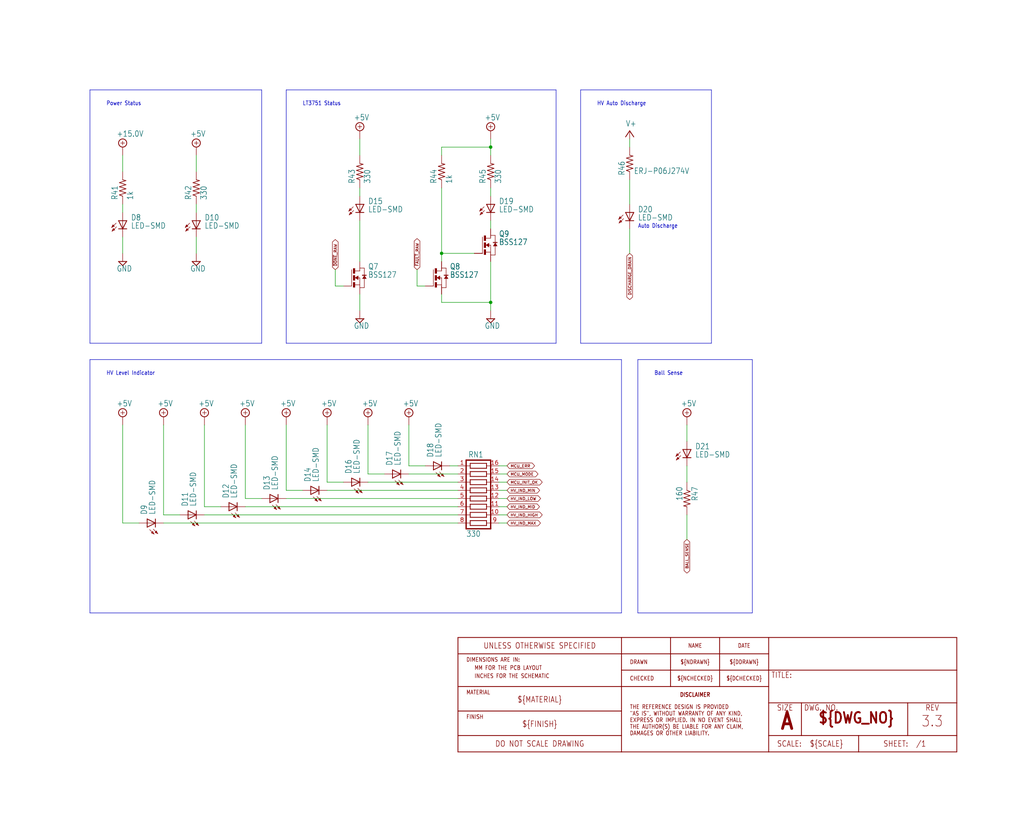
<source format=kicad_sch>
(kicad_sch (version 20230121) (generator eeschema)
  (paper "User" 318.084 254.203)
  (lib_symbols
    (symbol "kicker-eagle-import:+15.0V" (power)
      (property "Value" "+15.0V" (at -1.905 3.175 0))
      (symbol "+15.0V_1_0"
        (polyline (pts (xy -0.635 1.27) (xy 0.635 1.27)) (stroke (width 0.1524)))
        (polyline (pts (xy 0 0.635) (xy 0 1.905)) (stroke (width 0.1524)))
        (circle (center 0 1.27) (radius 1.27) (stroke (width 0.254)))
        (pin power_in line (at 0 -2.54 90) (length 2.54) (name "+15.0V") (number "1"))
      )
    )
    (symbol "kicker-eagle-import:BSS127"
      (property "Reference" "Q" (at 2.54 2.54 0))
      (symbol "BSS127_1_0"
        (rectangle (start -2.032 -2.921) (end -1.524 -1.397) (fill (type outline)))
        (rectangle (start -2.032 -0.762) (end -1.524 0.762) (fill (type outline)))
        (rectangle (start -2.032 1.397) (end -1.524 2.921) (fill (type outline)))
        (polyline (pts (xy -2.54 -2.54) (xy -2.54 2.54)) (stroke (width 0.1524)))
        (polyline (pts (xy -1.524 -2.159) (xy 0 -2.159)) (stroke (width 0.1524)))
        (polyline (pts (xy -1.524 2.159) (xy 0 2.159)) (stroke (width 0.1524)))
        (polyline (pts (xy -0.508 0) (xy 0 0)) (stroke (width 0.1524)))
        (polyline (pts (xy 0 -2.159) (xy 0 -2.54)) (stroke (width 0.1524)))
        (polyline (pts (xy 0 0) (xy 0 -2.159)) (stroke (width 0.1524)))
        (polyline (pts (xy 0 2.159) (xy 0 2.54)) (stroke (width 0.1524)))
        (polyline (pts (xy 0 3.048) (xy 1.397 3.048)) (stroke (width 0.1524)))
        (polyline (pts (xy 1.397 -3.048) (xy 0 -3.048)) (stroke (width 0.1524)))
        (polyline (pts (xy 1.397 -0.254) (xy 1.397 -3.048)) (stroke (width 0.1524)))
        (polyline (pts (xy 1.397 3.048) (xy 1.397 0.762)) (stroke (width 0.1524)))
        (polyline (pts (xy -1.524 0) (xy -0.508 0.635) (xy -0.508 -0.635)) (stroke (width 0.1016)) (fill (type outline)))
        (polyline (pts (xy 1.397 0.762) (xy 2.032 -0.254) (xy 0.762 -0.254)) (stroke (width 0.1016)) (fill (type outline)))
        (rectangle (start 0.762 0.762) (end 2.032 0.889) (fill (type outline)))
        (pin passive line (at -5.08 -2.54 0) (length 2.54) (name "G") (number "1"))
        (pin passive line (at 0 -5.08 90) (length 2.54) (name "S") (number "2"))
        (pin passive line (at 0 5.08 270) (length 2.54) (name "D") (number "3"))
      )
    )
    (symbol "kicker-eagle-import:GND" (power)
      (property "Value" "GND" (at -1.905 -3.175 0))
      (symbol "GND_1_0"
        (polyline (pts (xy -1.27 0) (xy 1.27 0)) (stroke (width 0.254)))
        (polyline (pts (xy 0 -1.27) (xy -1.27 0)) (stroke (width 0.254)))
        (polyline (pts (xy 1.27 0) (xy 0 -1.27)) (stroke (width 0.254)))
        (pin power_in line (at 0 2.54 270) (length 2.54) (name "GND") (number "1"))
      )
    )
    (symbol "kicker-eagle-import:LED-SMD"
      (property "Reference" "D" (at 2.54 2.54 0))
      (symbol "LED-SMD_1_0"
        (polyline (pts (xy -2.032 1.778) (xy -3.429 0.381)) (stroke (width 0.1524)))
        (polyline (pts (xy -1.905 0.635) (xy -3.302 -0.762)) (stroke (width 0.1524)))
        (polyline (pts (xy 0 0) (xy -1.27 0)) (stroke (width 0.254)))
        (polyline (pts (xy 0 0) (xy -1.27 2.54)) (stroke (width 0.254)))
        (polyline (pts (xy 0 2.54) (xy -1.27 2.54)) (stroke (width 0.254)))
        (polyline (pts (xy 0 2.54) (xy 0 0)) (stroke (width 0.1524)))
        (polyline (pts (xy 1.27 0) (xy 0 0)) (stroke (width 0.254)))
        (polyline (pts (xy 1.27 2.54) (xy 0 0)) (stroke (width 0.254)))
        (polyline (pts (xy 1.27 2.54) (xy 0 2.54)) (stroke (width 0.254)))
        (polyline (pts (xy -3.429 0.381) (xy -3.048 1.27) (xy -2.54 0.762)) (stroke (width 0.1524)) (fill (type outline)))
        (polyline (pts (xy -3.302 -0.762) (xy -2.921 0.127) (xy -2.413 -0.381)) (stroke (width 0.1524)) (fill (type outline)))
        (pin passive line (at 0 5.08 270) (length 2.54) (name "A") (number "A"))
        (pin passive line (at 0 -2.54 90) (length 2.54) (name "K") (number "C"))
      )
    )
    (symbol "kicker-eagle-import:RA-8"
      (property "Reference" "RN" (at -4.445 10.16 0))
      (symbol "RA-8_1_0"
        (polyline (pts (xy -5.08 -10.16) (xy -3.81 -10.16)) (stroke (width 0.1524)))
        (polyline (pts (xy -5.08 -7.62) (xy -3.81 -7.62)) (stroke (width 0.1524)))
        (polyline (pts (xy -5.08 -5.08) (xy -3.81 -5.08)) (stroke (width 0.1524)))
        (polyline (pts (xy -5.08 -2.54) (xy -3.81 -2.54)) (stroke (width 0.1524)))
        (polyline (pts (xy -5.08 0) (xy -3.81 0)) (stroke (width 0.1524)))
        (polyline (pts (xy -5.08 2.54) (xy -3.81 2.54)) (stroke (width 0.1524)))
        (polyline (pts (xy -5.08 5.08) (xy -3.81 5.08)) (stroke (width 0.1524)))
        (polyline (pts (xy -5.08 9.398) (xy -5.08 -11.938)) (stroke (width 0.4064)))
        (polyline (pts (xy -3.81 -10.922) (xy 1.27 -10.922)) (stroke (width 0.254)))
        (polyline (pts (xy -3.81 -10.16) (xy -3.81 -10.922)) (stroke (width 0.254)))
        (polyline (pts (xy -3.81 -9.398) (xy -3.81 -10.16)) (stroke (width 0.254)))
        (polyline (pts (xy -3.81 -8.382) (xy 1.27 -8.382)) (stroke (width 0.254)))
        (polyline (pts (xy -3.81 -7.62) (xy -3.81 -8.382)) (stroke (width 0.254)))
        (polyline (pts (xy -3.81 -6.858) (xy -3.81 -7.62)) (stroke (width 0.254)))
        (polyline (pts (xy -3.81 -5.842) (xy 1.27 -5.842)) (stroke (width 0.254)))
        (polyline (pts (xy -3.81 -5.08) (xy -3.81 -5.842)) (stroke (width 0.254)))
        (polyline (pts (xy -3.81 -4.318) (xy -3.81 -5.08)) (stroke (width 0.254)))
        (polyline (pts (xy -3.81 -3.302) (xy 1.27 -3.302)) (stroke (width 0.254)))
        (polyline (pts (xy -3.81 -2.54) (xy -3.81 -3.302)) (stroke (width 0.254)))
        (polyline (pts (xy -3.81 -1.778) (xy -3.81 -2.54)) (stroke (width 0.254)))
        (polyline (pts (xy -3.81 -0.762) (xy 1.27 -0.762)) (stroke (width 0.254)))
        (polyline (pts (xy -3.81 0) (xy -3.81 -0.762)) (stroke (width 0.254)))
        (polyline (pts (xy -3.81 0.762) (xy -3.81 0)) (stroke (width 0.254)))
        (polyline (pts (xy -3.81 1.778) (xy 1.27 1.778)) (stroke (width 0.254)))
        (polyline (pts (xy -3.81 2.54) (xy -3.81 1.778)) (stroke (width 0.254)))
        (polyline (pts (xy -3.81 3.302) (xy -3.81 2.54)) (stroke (width 0.254)))
        (polyline (pts (xy -3.81 4.318) (xy 1.27 4.318)) (stroke (width 0.254)))
        (polyline (pts (xy -3.81 5.08) (xy -3.81 4.318)) (stroke (width 0.254)))
        (polyline (pts (xy -3.81 5.842) (xy -3.81 5.08)) (stroke (width 0.254)))
        (polyline (pts (xy -3.81 6.858) (xy 1.27 6.858)) (stroke (width 0.254)))
        (polyline (pts (xy -3.81 7.62) (xy -5.08 7.62)) (stroke (width 0.1524)))
        (polyline (pts (xy -3.81 7.62) (xy -3.81 6.858)) (stroke (width 0.254)))
        (polyline (pts (xy -3.81 8.382) (xy -3.81 7.62)) (stroke (width 0.254)))
        (polyline (pts (xy 1.27 -10.922) (xy 1.27 -10.16)) (stroke (width 0.254)))
        (polyline (pts (xy 1.27 -10.16) (xy 1.27 -9.398)) (stroke (width 0.254)))
        (polyline (pts (xy 1.27 -9.398) (xy -3.81 -9.398)) (stroke (width 0.254)))
        (polyline (pts (xy 1.27 -8.382) (xy 1.27 -7.62)) (stroke (width 0.254)))
        (polyline (pts (xy 1.27 -7.62) (xy 1.27 -6.858)) (stroke (width 0.254)))
        (polyline (pts (xy 1.27 -6.858) (xy -3.81 -6.858)) (stroke (width 0.254)))
        (polyline (pts (xy 1.27 -5.842) (xy 1.27 -5.08)) (stroke (width 0.254)))
        (polyline (pts (xy 1.27 -5.08) (xy 1.27 -4.318)) (stroke (width 0.254)))
        (polyline (pts (xy 1.27 -4.318) (xy -3.81 -4.318)) (stroke (width 0.254)))
        (polyline (pts (xy 1.27 -3.302) (xy 1.27 -2.54)) (stroke (width 0.254)))
        (polyline (pts (xy 1.27 -2.54) (xy 1.27 -1.778)) (stroke (width 0.254)))
        (polyline (pts (xy 1.27 -1.778) (xy -3.81 -1.778)) (stroke (width 0.254)))
        (polyline (pts (xy 1.27 -0.762) (xy 1.27 0)) (stroke (width 0.254)))
        (polyline (pts (xy 1.27 0) (xy 1.27 0.762)) (stroke (width 0.254)))
        (polyline (pts (xy 1.27 0.762) (xy -3.81 0.762)) (stroke (width 0.254)))
        (polyline (pts (xy 1.27 1.778) (xy 1.27 2.54)) (stroke (width 0.254)))
        (polyline (pts (xy 1.27 2.54) (xy 1.27 3.302)) (stroke (width 0.254)))
        (polyline (pts (xy 1.27 3.302) (xy -3.81 3.302)) (stroke (width 0.254)))
        (polyline (pts (xy 1.27 4.318) (xy 1.27 5.08)) (stroke (width 0.254)))
        (polyline (pts (xy 1.27 5.08) (xy 1.27 5.842)) (stroke (width 0.254)))
        (polyline (pts (xy 1.27 5.842) (xy -3.81 5.842)) (stroke (width 0.254)))
        (polyline (pts (xy 1.27 6.858) (xy 1.27 7.62)) (stroke (width 0.254)))
        (polyline (pts (xy 1.27 7.62) (xy 1.27 8.382)) (stroke (width 0.254)))
        (polyline (pts (xy 1.27 7.62) (xy 2.54 7.62)) (stroke (width 0.1524)))
        (polyline (pts (xy 1.27 8.382) (xy -3.81 8.382)) (stroke (width 0.254)))
        (polyline (pts (xy 2.54 -11.938) (xy -5.08 -11.938)) (stroke (width 0.4064)))
        (polyline (pts (xy 2.54 -10.16) (xy 1.27 -10.16)) (stroke (width 0.1524)))
        (polyline (pts (xy 2.54 -7.62) (xy 1.27 -7.62)) (stroke (width 0.1524)))
        (polyline (pts (xy 2.54 -5.08) (xy 1.27 -5.08)) (stroke (width 0.1524)))
        (polyline (pts (xy 2.54 -2.54) (xy 1.27 -2.54)) (stroke (width 0.1524)))
        (polyline (pts (xy 2.54 0) (xy 1.27 0)) (stroke (width 0.1524)))
        (polyline (pts (xy 2.54 2.54) (xy 1.27 2.54)) (stroke (width 0.1524)))
        (polyline (pts (xy 2.54 5.08) (xy 1.27 5.08)) (stroke (width 0.1524)))
        (polyline (pts (xy 2.54 9.398) (xy -5.08 9.398)) (stroke (width 0.4064)))
        (polyline (pts (xy 2.54 9.398) (xy 2.54 -11.938)) (stroke (width 0.4064)))
        (pin passive line (at -7.62 7.62 0) (length 2.54) (name "1") (number "1"))
        (pin passive line (at 5.08 -7.62 180) (length 2.54) (name "10") (number "10"))
        (pin passive line (at 5.08 -5.08 180) (length 2.54) (name "11") (number "11"))
        (pin passive line (at 5.08 -2.54 180) (length 2.54) (name "12") (number "12"))
        (pin passive line (at 5.08 0 180) (length 2.54) (name "13") (number "13"))
        (pin passive line (at 5.08 2.54 180) (length 2.54) (name "14") (number "14"))
        (pin passive line (at 5.08 5.08 180) (length 2.54) (name "15") (number "15"))
        (pin passive line (at 5.08 7.62 180) (length 2.54) (name "16") (number "16"))
        (pin passive line (at -7.62 5.08 0) (length 2.54) (name "2") (number "2"))
        (pin passive line (at -7.62 2.54 0) (length 2.54) (name "3") (number "3"))
        (pin passive line (at -7.62 0 0) (length 2.54) (name "4") (number "4"))
        (pin passive line (at -7.62 -2.54 0) (length 2.54) (name "5") (number "5"))
        (pin passive line (at -7.62 -5.08 0) (length 2.54) (name "6") (number "6"))
        (pin passive line (at -7.62 -7.62 0) (length 2.54) (name "7") (number "7"))
        (pin passive line (at -7.62 -10.16 0) (length 2.54) (name "8") (number "8"))
        (pin passive line (at 5.08 -10.16 180) (length 2.54) (name "9") (number "9"))
      )
    )
    (symbol "kicker-eagle-import:RO_FRAME_A_L_20161226"
      (symbol "RO_FRAME_A_L_20161226_1_0"
        (polyline (pts (xy 0 43.18) (xy 3.81 43.18)))
        (polyline (pts (xy 0 86.36) (xy 3.81 86.36)))
        (polyline (pts (xy 0 129.54) (xy 3.81 129.54)))
        (polyline (pts (xy 0 172.72) (xy 3.81 172.72)))
        (polyline (pts (xy 3.81 3.81) (xy 3.81 212.09)))
        (polyline (pts (xy 46.5667 0) (xy 46.5667 3.81)))
        (polyline (pts (xy 93.1333 0) (xy 93.1333 3.81)))
        (polyline (pts (xy 139.7 0) (xy 139.7 3.81)))
        (polyline (pts (xy 186.2667 0) (xy 186.2667 3.81)))
        (polyline (pts (xy 232.8333 0) (xy 232.8333 3.81)))
        (polyline (pts (xy 275.59 212.09) (xy 3.81 212.09)))
        (polyline (pts (xy 0 0) (xy 279.4 0) (xy 279.4 215.9) (xy 0 215.9) (xy 0 0)))
        (text "1" (at 23.2833 213.995 0) (effects (font (size 2.54 2.286))))
        (text "2" (at 69.85 213.995 0) (effects (font (size 2.54 2.286))))
        (text "3" (at 116.4167 213.995 0) (effects (font (size 2.54 2.286))))
        (text "4" (at 162.9833 213.995 0) (effects (font (size 2.54 2.286))))
        (text "5" (at 209.55 213.995 0) (effects (font (size 2.54 2.286))))
        (text "6" (at 256.1167 213.995 0) (effects (font (size 2.54 2.286))))
        (text "A" (at 1.905 194.31 0) (effects (font (size 2.54 2.286))))
        (text "B" (at 1.905 151.13 0) (effects (font (size 2.54 2.286))))
        (text "C" (at 1.905 107.95 0) (effects (font (size 2.54 2.286))))
        (text "D" (at 1.905 64.77 0) (effects (font (size 2.54 2.286))))
        (text "E" (at 1.905 21.59 0) (effects (font (size 2.54 2.286))))
      )
      (symbol "RO_FRAME_A_L_20161226_2_0"
        (polyline (pts (xy 0 0) (xy 0 5.08)) (stroke (width 0.254)))
        (polyline (pts (xy 0 5.08) (xy 0 12.7)) (stroke (width 0.254)))
        (polyline (pts (xy 0 12.7) (xy 0 20.32)) (stroke (width 0.254)))
        (polyline (pts (xy 0 12.7) (xy 50.8 12.7)) (stroke (width 0.254)))
        (polyline (pts (xy 0 20.32) (xy 0 30.48)) (stroke (width 0.254)))
        (polyline (pts (xy 0 30.48) (xy 0 35.56)) (stroke (width 0.254)))
        (polyline (pts (xy 0 30.48) (xy 50.8 30.48)) (stroke (width 0.254)))
        (polyline (pts (xy 0 35.56) (xy 50.8 35.56)) (stroke (width 0.254)))
        (polyline (pts (xy 50.8 0) (xy 0 0)) (stroke (width 0.254)))
        (polyline (pts (xy 50.8 5.08) (xy 0 5.08)) (stroke (width 0.254)))
        (polyline (pts (xy 50.8 5.08) (xy 50.8 0)) (stroke (width 0.254)))
        (polyline (pts (xy 50.8 12.7) (xy 50.8 5.08)) (stroke (width 0.254)))
        (polyline (pts (xy 50.8 20.32) (xy 0 20.32)) (stroke (width 0.254)))
        (polyline (pts (xy 50.8 20.32) (xy 50.8 12.7)) (stroke (width 0.254)))
        (polyline (pts (xy 50.8 20.32) (xy 50.8 25.4)) (stroke (width 0.254)))
        (polyline (pts (xy 50.8 25.4) (xy 50.8 30.48)) (stroke (width 0.254)))
        (polyline (pts (xy 50.8 25.4) (xy 96.52 25.4)) (stroke (width 0.254)))
        (polyline (pts (xy 50.8 30.48) (xy 96.52 30.48)) (stroke (width 0.254)))
        (polyline (pts (xy 50.8 35.56) (xy 50.8 30.48)) (stroke (width 0.254)))
        (polyline (pts (xy 50.8 35.56) (xy 66.04 35.56)) (stroke (width 0.254)))
        (polyline (pts (xy 66.04 20.32) (xy 50.8 20.32)) (stroke (width 0.254)))
        (polyline (pts (xy 66.04 35.56) (xy 66.04 20.32)) (stroke (width 0.254)))
        (polyline (pts (xy 66.04 35.56) (xy 81.28 35.56)) (stroke (width 0.254)))
        (polyline (pts (xy 81.28 20.32) (xy 66.04 20.32)) (stroke (width 0.254)))
        (polyline (pts (xy 81.28 35.56) (xy 81.28 20.32)) (stroke (width 0.254)))
        (polyline (pts (xy 81.28 35.56) (xy 96.52 35.56)) (stroke (width 0.254)))
        (polyline (pts (xy 96.52 0) (xy 50.8 0)) (stroke (width 0.254)))
        (polyline (pts (xy 96.52 0) (xy 96.52 5.08)) (stroke (width 0.254)))
        (polyline (pts (xy 96.52 5.08) (xy 96.52 15.24)) (stroke (width 0.254)))
        (polyline (pts (xy 96.52 5.08) (xy 106.68 5.08)) (stroke (width 0.254)))
        (polyline (pts (xy 96.52 15.24) (xy 96.52 20.32)) (stroke (width 0.254)))
        (polyline (pts (xy 96.52 15.24) (xy 106.68 15.24)) (stroke (width 0.254)))
        (polyline (pts (xy 96.52 20.32) (xy 81.28 20.32)) (stroke (width 0.254)))
        (polyline (pts (xy 96.52 20.32) (xy 96.52 25.4)) (stroke (width 0.254)))
        (polyline (pts (xy 96.52 25.4) (xy 96.52 30.48)) (stroke (width 0.254)))
        (polyline (pts (xy 96.52 25.4) (xy 154.94 25.4)) (stroke (width 0.254)))
        (polyline (pts (xy 96.52 30.48) (xy 96.52 35.56)) (stroke (width 0.254)))
        (polyline (pts (xy 96.52 35.56) (xy 154.94 35.56)) (stroke (width 0.254)))
        (polyline (pts (xy 106.68 5.08) (xy 124.46 5.08)) (stroke (width 0.254)))
        (polyline (pts (xy 106.68 15.24) (xy 106.68 5.08)) (stroke (width 0.254)))
        (polyline (pts (xy 106.68 15.24) (xy 139.7 15.24)) (stroke (width 0.254)))
        (polyline (pts (xy 124.46 0) (xy 96.52 0)) (stroke (width 0.254)))
        (polyline (pts (xy 124.46 5.08) (xy 124.46 0)) (stroke (width 0.254)))
        (polyline (pts (xy 124.46 5.08) (xy 139.7 5.08)) (stroke (width 0.254)))
        (polyline (pts (xy 139.7 5.08) (xy 154.94 5.08)) (stroke (width 0.254)))
        (polyline (pts (xy 139.7 15.24) (xy 139.7 5.08)) (stroke (width 0.254)))
        (polyline (pts (xy 139.7 15.24) (xy 154.94 15.24)) (stroke (width 0.254)))
        (polyline (pts (xy 154.94 0) (xy 124.46 0)) (stroke (width 0.254)))
        (polyline (pts (xy 154.94 5.08) (xy 154.94 0)) (stroke (width 0.254)))
        (polyline (pts (xy 154.94 15.24) (xy 154.94 5.08)) (stroke (width 0.254)))
        (polyline (pts (xy 154.94 25.4) (xy 154.94 15.24)) (stroke (width 0.254)))
        (polyline (pts (xy 154.94 35.56) (xy 154.94 25.4)) (stroke (width 0.254)))
        (text "${#}/${##}" (at 142.24 2.54 0) (effects (font (size 1.778 1.5113)) (justify left)))
        (text "${DCHECKED}" (at 88.9 22.86 0) (effects (font (size 1.27 1.0795))))
        (text "${DDRAWN}" (at 88.9 27.94 0) (effects (font (size 1.27 1.0795))))
        (text "${DWG_NO}" (at 111.76 8.636 0) (effects (font (size 3.302 2.8067) (thickness 0.5613) bold) (justify left bottom)))
        (text "${FINISH}" (at 25.4 7.62 0) (effects (font (size 1.778 1.5113)) (justify bottom)))
        (text "${MATERIAL}" (at 25.4 15.24 0) (effects (font (size 1.778 1.5113)) (justify bottom)))
        (text "${NCHECKED}" (at 73.66 22.86 0) (effects (font (size 1.27 1.0795))))
        (text "${NDRAWN}" (at 73.66 27.94 0) (effects (font (size 1.27 1.0795))))
        (text "${REV}" (at 147.32 7.62 0) (effects (font (size 3.302 2.8067)) (justify bottom)))
        (text "${SCALE}" (at 109.22 2.54 0) (effects (font (size 1.778 1.5113)) (justify left)))
        (text "${TITLE}" (at 104.14 20.32 0) (effects (font (size 3.302 2.8067)) (justify left)))
        (text "A" (at 99.822 6.604 0) (effects (font (size 5.08 4.318) (thickness 0.8636) bold) (justify left bottom)))
        (text "CHECKED" (at 53.34 22.86 0) (effects (font (size 1.27 1.0795)) (justify left)))
        (text "DATE" (at 88.9 33.02 0) (effects (font (size 1.27 1.0795))))
        (text "DIMENSIONS ARE IN:" (at 2.54 27.94 0) (effects (font (size 1.27 1.0795)) (justify left bottom)))
        (text "DISCLAIMER" (at 73.66 17.78 0) (effects (font (size 1.27 1.0795) (thickness 0.2159) bold)))
        (text "DO NOT SCALE DRAWING" (at 25.4 2.54 0) (effects (font (size 1.778 1.5113))))
        (text "DRAWN" (at 53.34 27.94 0) (effects (font (size 1.27 1.0795)) (justify left)))
        (text "DWG. NO." (at 107.442 12.7 0) (effects (font (size 1.778 1.5113)) (justify left bottom)))
        (text "FINISH" (at 2.54 10.16 0) (effects (font (size 1.27 1.0795)) (justify left bottom)))
        (text "INCHES FOR THE SCHEMATIC" (at 5.08 22.86 0) (effects (font (size 1.27 1.0795)) (justify left bottom)))
        (text "MATERIAL" (at 2.54 17.78 0) (effects (font (size 1.27 1.0795)) (justify left bottom)))
        (text "MM FOR THE PCB LAYOUT" (at 5.08 25.4 0) (effects (font (size 1.27 1.0795)) (justify left bottom)))
        (text "NAME" (at 73.66 33.02 0) (effects (font (size 1.27 1.0795))))
        (text "REV" (at 147.32 12.7 0) (effects (font (size 1.778 1.5113)) (justify bottom)))
        (text "SCALE:" (at 99.06 2.54 0) (effects (font (size 1.778 1.5113)) (justify left)))
        (text "SHEET:" (at 132.08 2.54 0) (effects (font (size 1.778 1.5113)) (justify left)))
        (text "SIZE" (at 101.6 12.7 0) (effects (font (size 1.778 1.5113)) (justify bottom)))
        (text "THE REFERENCE DESIGN IS PROVIDED\n\"AS IS\", WITHOUT WARRANTY OF ANY KIND,\nEXPRESS OR IMPLIED. IN NO EVENT SHALL\nTHE AUTHOR(S) BE LIABLE FOR ANY CLAIM,\nDAMAGES OR OTHER LIABILITY." (at 53.34 5.08 0) (effects (font (size 1.27 1.0795)) (justify left bottom)))
        (text "TITLE:" (at 97.282 22.86 0) (effects (font (size 1.778 1.5113)) (justify left bottom)))
        (text "UNLESS OTHERWISE SPECIFIED" (at 25.4 33.02 0) (effects (font (size 1.778 1.5113))))
      )
    )
    (symbol "kicker-eagle-import:V+" (power)
      (property "Value" "V+" (at -1.27 1.27 0))
      (symbol "V+_1_0"
        (polyline (pts (xy 0 0) (xy -1.27 -1.905)) (stroke (width 0.254)))
        (polyline (pts (xy 1.27 -1.905) (xy 0 0)) (stroke (width 0.254)))
        (pin power_in line (at 0 -2.54 90) (length 2.54) (name "V+") (number "1"))
      )
    )
    (symbol "kicker-eagle-import:rcl_R-US_R0603"
      (property "Reference" "R" (at -3.81 1.4986 0))
      (symbol "rcl_R-US_R0603_1_0"
        (polyline (pts (xy -2.54 0) (xy -2.159 1.016)) (stroke (width 0.2032)))
        (polyline (pts (xy -2.159 1.016) (xy -1.524 -1.016)) (stroke (width 0.2032)))
        (polyline (pts (xy -1.524 -1.016) (xy -0.889 1.016)) (stroke (width 0.2032)))
        (polyline (pts (xy -0.889 1.016) (xy -0.254 -1.016)) (stroke (width 0.2032)))
        (polyline (pts (xy -0.254 -1.016) (xy 0.381 1.016)) (stroke (width 0.2032)))
        (polyline (pts (xy 0.381 1.016) (xy 1.016 -1.016)) (stroke (width 0.2032)))
        (polyline (pts (xy 1.016 -1.016) (xy 1.651 1.016)) (stroke (width 0.2032)))
        (polyline (pts (xy 1.651 1.016) (xy 2.286 -1.016)) (stroke (width 0.2032)))
        (polyline (pts (xy 2.286 -1.016) (xy 2.54 0)) (stroke (width 0.2032)))
        (pin passive line (at -5.08 0 0) (length 2.54) (name "1") (number "1"))
        (pin passive line (at 5.08 0 180) (length 2.54) (name "2") (number "2"))
      )
    )
    (symbol "kicker-eagle-import:rcl_R-US_R0805"
      (property "Reference" "R" (at -3.81 1.4986 0))
      (symbol "rcl_R-US_R0805_1_0"
        (polyline (pts (xy -2.54 0) (xy -2.159 1.016)) (stroke (width 0.2032)))
        (polyline (pts (xy -2.159 1.016) (xy -1.524 -1.016)) (stroke (width 0.2032)))
        (polyline (pts (xy -1.524 -1.016) (xy -0.889 1.016)) (stroke (width 0.2032)))
        (polyline (pts (xy -0.889 1.016) (xy -0.254 -1.016)) (stroke (width 0.2032)))
        (polyline (pts (xy -0.254 -1.016) (xy 0.381 1.016)) (stroke (width 0.2032)))
        (polyline (pts (xy 0.381 1.016) (xy 1.016 -1.016)) (stroke (width 0.2032)))
        (polyline (pts (xy 1.016 -1.016) (xy 1.651 1.016)) (stroke (width 0.2032)))
        (polyline (pts (xy 1.651 1.016) (xy 2.286 -1.016)) (stroke (width 0.2032)))
        (polyline (pts (xy 2.286 -1.016) (xy 2.54 0)) (stroke (width 0.2032)))
        (pin passive line (at -5.08 0 0) (length 2.54) (name "1") (number "1"))
        (pin passive line (at 5.08 0 180) (length 2.54) (name "2") (number "2"))
      )
    )
    (symbol "kicker-eagle-import:supply2_+5V" (power)
      (property "Value" "supply2_+5V" (at -1.905 3.175 0))
      (symbol "supply2_+5V_1_0"
        (polyline (pts (xy -0.635 1.27) (xy 0.635 1.27)) (stroke (width 0.1524)))
        (polyline (pts (xy 0 0.635) (xy 0 1.905)) (stroke (width 0.1524)))
        (circle (center 0 1.27) (radius 1.27) (stroke (width 0.254)))
        (pin power_in line (at 0 -2.54 90) (length 2.54) (name "+5V") (number "1"))
      )
    )
  )
  (junction (at 152.4 93.98))
  (junction (at 152.4 45.72))
  (junction (at 137.16 78.74))
  (wire (pts (xy 195.58 43.18) (xy 195.58 45.72)) (stroke (width 0.1524)))
  (wire (pts (xy 195.58 71.12) (xy 195.58 78.74)) (stroke (width 0.1524)))
  (wire (pts (xy 137.16 93.98) (xy 152.4 93.98)) (stroke (width 0.1524)))
  (wire (pts (xy 147.32 78.74) (xy 137.16 78.74)) (stroke (width 0.1524)))
  (wire (pts (xy 111.76 81.28) (xy 111.76 68.58)) (stroke (width 0.1524)))
  (polyline (pts (xy 27.94 111.76) (xy 27.94 190.5)) (stroke (width 0.1524) (type solid)))
  (wire (pts (xy 38.1 78.74) (xy 38.1 73.66)) (stroke (width 0.1524)))
  (wire (pts (xy 60.96 53.34) (xy 60.96 48.26)) (stroke (width 0.1524)))
  (wire (pts (xy 152.4 45.72) (xy 152.4 43.18)) (stroke (width 0.1524)))
  (wire (pts (xy 63.5 157.48) (xy 63.5 132.08)) (stroke (width 0.1524)))
  (wire (pts (xy 111.76 96.52) (xy 111.76 91.44)) (stroke (width 0.1524)))
  (wire (pts (xy 154.94 160.02) (xy 157.48 160.02)) (stroke (width 0.1524)))
  (wire (pts (xy 137.16 45.72) (xy 152.4 45.72)) (stroke (width 0.1524)))
  (wire (pts (xy 93.98 152.4) (xy 88.9 152.4)) (stroke (width 0.1524)))
  (wire (pts (xy 154.94 152.4) (xy 157.48 152.4)) (stroke (width 0.1524)))
  (wire (pts (xy 81.28 154.94) (xy 76.2 154.94)) (stroke (width 0.1524)))
  (wire (pts (xy 76.2 157.48) (xy 142.24 157.48)) (stroke (width 0.1524)))
  (polyline (pts (xy 180.34 106.68) (xy 220.98 106.68)) (stroke (width 0.1524) (type solid)))
  (wire (pts (xy 38.1 162.56) (xy 38.1 132.08)) (stroke (width 0.1524)))
  (wire (pts (xy 154.94 144.78) (xy 157.48 144.78)) (stroke (width 0.1524)))
  (polyline (pts (xy 81.28 27.94) (xy 27.94 27.94)) (stroke (width 0.1524) (type solid)))
  (wire (pts (xy 88.9 154.94) (xy 142.24 154.94)) (stroke (width 0.1524)))
  (wire (pts (xy 60.96 73.66) (xy 60.96 78.74)) (stroke (width 0.1524)))
  (wire (pts (xy 137.16 78.74) (xy 137.16 81.28)) (stroke (width 0.1524)))
  (polyline (pts (xy 27.94 190.5) (xy 193.04 190.5)) (stroke (width 0.1524) (type solid)))
  (wire (pts (xy 104.14 88.9) (xy 104.14 83.82)) (stroke (width 0.1524)))
  (wire (pts (xy 137.16 91.44) (xy 137.16 93.98)) (stroke (width 0.1524)))
  (wire (pts (xy 43.18 162.56) (xy 38.1 162.56)) (stroke (width 0.1524)))
  (wire (pts (xy 154.94 149.86) (xy 157.48 149.86)) (stroke (width 0.1524)))
  (wire (pts (xy 142.24 149.86) (xy 114.3 149.86)) (stroke (width 0.1524)))
  (polyline (pts (xy 233.68 190.5) (xy 233.68 111.76)) (stroke (width 0.1524) (type solid)))
  (wire (pts (xy 154.94 154.94) (xy 157.48 154.94)) (stroke (width 0.1524)))
  (polyline (pts (xy 180.34 27.94) (xy 180.34 106.68)) (stroke (width 0.1524) (type solid)))
  (wire (pts (xy 142.24 147.32) (xy 127 147.32)) (stroke (width 0.1524)))
  (wire (pts (xy 154.94 157.48) (xy 157.48 157.48)) (stroke (width 0.1524)))
  (wire (pts (xy 195.58 55.88) (xy 195.58 63.5)) (stroke (width 0.1524)))
  (wire (pts (xy 127 144.78) (xy 127 132.08)) (stroke (width 0.1524)))
  (polyline (pts (xy 193.04 190.5) (xy 193.04 111.76)) (stroke (width 0.1524) (type solid)))
  (wire (pts (xy 88.9 152.4) (xy 88.9 132.08)) (stroke (width 0.1524)))
  (polyline (pts (xy 81.28 106.68) (xy 81.28 27.94)) (stroke (width 0.1524) (type solid)))
  (polyline (pts (xy 27.94 27.94) (xy 27.94 106.68)) (stroke (width 0.1524) (type solid)))
  (wire (pts (xy 106.68 88.9) (xy 104.14 88.9)) (stroke (width 0.1524)))
  (wire (pts (xy 60.96 63.5) (xy 60.96 66.04)) (stroke (width 0.1524)))
  (wire (pts (xy 154.94 147.32) (xy 157.48 147.32)) (stroke (width 0.1524)))
  (wire (pts (xy 152.4 68.58) (xy 152.4 71.12)) (stroke (width 0.1524)))
  (wire (pts (xy 55.88 160.02) (xy 50.8 160.02)) (stroke (width 0.1524)))
  (wire (pts (xy 137.16 45.72) (xy 137.16 48.26)) (stroke (width 0.1524)))
  (polyline (pts (xy 88.9 27.94) (xy 88.9 106.68)) (stroke (width 0.1524) (type solid)))
  (wire (pts (xy 119.38 147.32) (xy 114.3 147.32)) (stroke (width 0.1524)))
  (wire (pts (xy 132.08 144.78) (xy 127 144.78)) (stroke (width 0.1524)))
  (wire (pts (xy 114.3 147.32) (xy 114.3 132.08)) (stroke (width 0.1524)))
  (wire (pts (xy 101.6 152.4) (xy 142.24 152.4)) (stroke (width 0.1524)))
  (polyline (pts (xy 198.12 190.5) (xy 233.68 190.5)) (stroke (width 0.1524) (type solid)))
  (wire (pts (xy 111.76 58.42) (xy 111.76 60.96)) (stroke (width 0.1524)))
  (wire (pts (xy 132.08 88.9) (xy 129.54 88.9)) (stroke (width 0.1524)))
  (wire (pts (xy 152.4 93.98) (xy 152.4 96.52)) (stroke (width 0.1524)))
  (wire (pts (xy 63.5 160.02) (xy 142.24 160.02)) (stroke (width 0.1524)))
  (wire (pts (xy 76.2 154.94) (xy 76.2 132.08)) (stroke (width 0.1524)))
  (wire (pts (xy 50.8 162.56) (xy 142.24 162.56)) (stroke (width 0.1524)))
  (wire (pts (xy 137.16 58.42) (xy 137.16 78.74)) (stroke (width 0.1524)))
  (polyline (pts (xy 198.12 111.76) (xy 198.12 190.5)) (stroke (width 0.1524) (type solid)))
  (polyline (pts (xy 172.72 106.68) (xy 172.72 27.94)) (stroke (width 0.1524) (type solid)))
  (polyline (pts (xy 27.94 106.68) (xy 81.28 106.68)) (stroke (width 0.1524) (type solid)))
  (polyline (pts (xy 233.68 111.76) (xy 198.12 111.76)) (stroke (width 0.1524) (type solid)))
  (polyline (pts (xy 193.04 111.76) (xy 27.94 111.76)) (stroke (width 0.1524) (type solid)))
  (polyline (pts (xy 88.9 106.68) (xy 172.72 106.68)) (stroke (width 0.1524) (type solid)))
  (wire (pts (xy 129.54 88.9) (xy 129.54 83.82)) (stroke (width 0.1524)))
  (polyline (pts (xy 172.72 27.94) (xy 88.9 27.94)) (stroke (width 0.1524) (type solid)))
  (wire (pts (xy 154.94 162.56) (xy 157.48 162.56)) (stroke (width 0.1524)))
  (wire (pts (xy 152.4 60.96) (xy 152.4 58.42)) (stroke (width 0.1524)))
  (wire (pts (xy 213.36 149.86) (xy 213.36 144.78)) (stroke (width 0.1524)))
  (wire (pts (xy 101.6 149.86) (xy 101.6 132.08)) (stroke (width 0.1524)))
  (wire (pts (xy 50.8 160.02) (xy 50.8 132.08)) (stroke (width 0.1524)))
  (polyline (pts (xy 220.98 27.94) (xy 180.34 27.94)) (stroke (width 0.1524) (type solid)))
  (wire (pts (xy 68.58 157.48) (xy 63.5 157.48)) (stroke (width 0.1524)))
  (wire (pts (xy 111.76 48.26) (xy 111.76 43.18)) (stroke (width 0.1524)))
  (wire (pts (xy 213.36 137.16) (xy 213.36 132.08)) (stroke (width 0.1524)))
  (wire (pts (xy 38.1 53.34) (xy 38.1 48.26)) (stroke (width 0.1524)))
  (wire (pts (xy 38.1 63.5) (xy 38.1 66.04)) (stroke (width 0.1524)))
  (wire (pts (xy 152.4 48.26) (xy 152.4 45.72)) (stroke (width 0.1524)))
  (wire (pts (xy 142.24 144.78) (xy 139.7 144.78)) (stroke (width 0.1524)))
  (polyline (pts (xy 220.98 106.68) (xy 220.98 27.94)) (stroke (width 0.1524) (type solid)))
  (wire (pts (xy 106.68 149.86) (xy 101.6 149.86)) (stroke (width 0.1524)))
  (wire (pts (xy 213.36 160.02) (xy 213.36 167.64)) (stroke (width 0.1524)))
  (wire (pts (xy 152.4 81.28) (xy 152.4 93.98)) (stroke (width 0.1524)))
  (text "HV Auto Discharge" (at 185.42 33.02 0) (effects (font (size 1.27 1.0795)) (justify left bottom)))
  (text "Auto Discharge" (at 198.12 71.12 0) (effects (font (size 1.27 1.0795)) (justify left bottom)))
  (text "LT3751 Status" (at 93.98 33.02 0) (effects (font (size 1.27 1.0795)) (justify left bottom)))
  (text "HV Level Indicator" (at 33.02 116.84 0) (effects (font (size 1.27 1.0795)) (justify left bottom)))
  (text "Ball Sense" (at 203.2 116.84 0) (effects (font (size 1.27 1.0795)) (justify left bottom)))
  (text "Power Status" (at 33.02 33.02 0) (effects (font (size 1.27 1.0795)) (justify left bottom)))
  (global_label "BALL_SENSE" (shape bidirectional) (at 213.36 167.64 270) (effects (font (size 0.889 0.889))) (property "Intersheetrefs" "${INTERSHEET_REFS}" (effects hide)))
  (global_label "MCU_MODE" (shape bidirectional) (at 157.48 147.32 0) (effects (font (size 0.889 0.889))) (property "Intersheetrefs" "${INTERSHEET_REFS}" (effects hide)))
  (global_label "DISCHARGE_DRAIN" (shape bidirectional) (at 195.58 78.74 270) (effects (font (size 0.889 0.889))) (property "Intersheetrefs" "${INTERSHEET_REFS}" (effects hide)))
  (global_label "~{DONE}_RAW" (shape bidirectional) (at 104.14 83.82 90) (effects (font (size 0.889 0.889))) (property "Intersheetrefs" "${INTERSHEET_REFS}" (effects hide)))
  (global_label "HV_IND_MID" (shape bidirectional) (at 157.48 157.48 0) (effects (font (size 0.889 0.889))) (property "Intersheetrefs" "${INTERSHEET_REFS}" (effects hide)))
  (global_label "HV_IND_HIGH" (shape bidirectional) (at 157.48 160.02 0) (effects (font (size 0.889 0.889))) (property "Intersheetrefs" "${INTERSHEET_REFS}" (effects hide)))
  (global_label "MCU_INIT_OK" (shape bidirectional) (at 157.48 149.86 0) (effects (font (size 0.889 0.889))) (property "Intersheetrefs" "${INTERSHEET_REFS}" (effects hide)))
  (global_label "~{FAULT}_RAW" (shape bidirectional) (at 129.54 83.82 90) (effects (font (size 0.889 0.889))) (property "Intersheetrefs" "${INTERSHEET_REFS}" (effects hide)))
  (global_label "MCU_ERR" (shape bidirectional) (at 157.48 144.78 0) (effects (font (size 0.889 0.889))) (property "Intersheetrefs" "${INTERSHEET_REFS}" (effects hide)))
  (global_label "HV_IND_LOW" (shape bidirectional) (at 157.48 154.94 0) (effects (font (size 0.889 0.889))) (property "Intersheetrefs" "${INTERSHEET_REFS}" (effects hide)))
  (global_label "HV_IND_MIN" (shape bidirectional) (at 157.48 152.4 0) (effects (font (size 0.889 0.889))) (property "Intersheetrefs" "${INTERSHEET_REFS}" (effects hide)))
  (global_label "HV_IND_MAX" (shape bidirectional) (at 157.48 162.56 0) (effects (font (size 0.889 0.889))) (property "Intersheetrefs" "${INTERSHEET_REFS}" (effects hide)))
  (symbol (lib_id "kicker-eagle-import:supply2_+5V") (at 88.9 129.54 0) (unit 1)
    (property "Reference" "#SUPPLY83" (effects hide))
    (property "Value" "+5V" (at 86.995 126.365 0) (effects (font (size 1.778 1.5113)) (justify left bottom)))
  )
  (symbol (lib_id "kicker-eagle-import:supply2_+5V") (at 152.4 40.64 0) (unit 1)
    (property "Reference" "#SUPPLY89" (effects hide))
    (property "Value" "+5V" (at 150.495 37.465 0) (effects (font (size 1.778 1.5113)) (justify left bottom)))
  )
  (symbol (lib_id "kicker-eagle-import:supply2_+5V") (at 213.36 129.54 0) (unit 1)
    (property "Reference" "#SUPPLY92" (effects hide))
    (property "Value" "+5V" (at 211.455 126.365 0) (effects (font (size 1.778 1.5113)) (justify left bottom)))
  )
  (symbol (lib_id "kicker-eagle-import:supply2_+5V") (at 76.2 129.54 0) (unit 1)
    (property "Reference" "#SUPPLY82" (effects hide))
    (property "Value" "+5V" (at 74.295 126.365 0) (effects (font (size 1.778 1.5113)) (justify left bottom)))
  )
  (symbol (lib_id "kicker-eagle-import:RA-8") (at 149.86 152.4 0) (unit 1)
    (property "Reference" "RN1" (at 145.415 142.24 0) (effects (font (size 1.778 1.5113)) (justify left bottom)))
    (property "Value" "330" (at 144.78 166.878 0) (effects (font (size 1.778 1.5113)) (justify left bottom)))
    (property "Footprint" "kicker:RA-8_2506" (effects hide))
  )
  (symbol (lib_id "kicker-eagle-import:LED-SMD") (at 111.76 66.04 0) (unit 1)
    (property "Reference" "D15" (at 114.3 63.5 0) (effects (font (size 1.778 1.5113)) (justify left bottom)))
    (property "Value" "LED-SMD" (at 114.3 66.04 0) (effects (font (size 1.778 1.5113)) (justify left bottom)))
    (property "Footprint" "kicker:CHIP-LED0603" (effects hide))
  )
  (symbol (lib_id "kicker-eagle-import:BSS127") (at 152.4 76.2 0) (unit 1)
    (property "Reference" "Q9" (at 154.94 73.66 0) (effects (font (size 1.778 1.5113)) (justify left bottom)))
    (property "Value" "BSS127" (at 154.94 76.2 0) (effects (font (size 1.778 1.5113)) (justify left bottom)))
    (property "Footprint" "kicker:SOT-23-3" (effects hide))
  )
  (symbol (lib_id "kicker-eagle-import:LED-SMD") (at 60.96 160.02 90) (unit 1)
    (property "Reference" "D11" (at 58.42 157.48 0) (effects (font (size 1.778 1.5113)) (justify left bottom)))
    (property "Value" "LED-SMD" (at 60.96 157.48 0) (effects (font (size 1.778 1.5113)) (justify left bottom)))
    (property "Footprint" "kicker:CHIP-LED0603" (effects hide))
  )
  (symbol (lib_id "kicker-eagle-import:V+") (at 195.58 40.64 0) (unit 1)
    (property "Reference" "#SUPPLY91" (effects hide))
    (property "Value" "V+" (at 194.31 39.37 0) (effects (font (size 1.778 1.5113)) (justify left bottom)))
  )
  (symbol (lib_id "kicker-eagle-import:LED-SMD") (at 99.06 152.4 90) (unit 1)
    (property "Reference" "D14" (at 96.52 149.86 0) (effects (font (size 1.778 1.5113)) (justify left bottom)))
    (property "Value" "LED-SMD" (at 99.06 149.86 0) (effects (font (size 1.778 1.5113)) (justify left bottom)))
    (property "Footprint" "kicker:CHIP-LED0603" (effects hide))
  )
  (symbol (lib_id "kicker-eagle-import:rcl_R-US_R0805") (at 195.58 50.8 90) (unit 1)
    (property "Reference" "R46" (at 194.0814 54.61 0) (effects (font (size 1.778 1.5113)) (justify left bottom)))
    (property "Value" "ERJ-P06J274V" (at 196.85 54.102 90) (effects (font (size 1.778 1.5113)) (justify right top)))
    (property "Footprint" "kicker:R0805" (effects hide))
  )
  (symbol (lib_id "kicker-eagle-import:supply2_+5V") (at 101.6 129.54 0) (unit 1)
    (property "Reference" "#SUPPLY84" (effects hide))
    (property "Value" "+5V" (at 99.695 126.365 0) (effects (font (size 1.778 1.5113)) (justify left bottom)))
  )
  (symbol (lib_id "kicker-eagle-import:supply2_+5V") (at 63.5 129.54 0) (unit 1)
    (property "Reference" "#SUPPLY81" (effects hide))
    (property "Value" "+5V" (at 61.595 126.365 0) (effects (font (size 1.778 1.5113)) (justify left bottom)))
  )
  (symbol (lib_id "kicker-eagle-import:GND") (at 60.96 81.28 0) (unit 1)
    (property "Reference" "#SUPPLY80" (effects hide))
    (property "Value" "GND" (at 59.055 84.455 0) (effects (font (size 1.778 1.5113)) (justify left bottom)))
  )
  (symbol (lib_id "kicker-eagle-import:LED-SMD") (at 73.66 157.48 90) (unit 1)
    (property "Reference" "D12" (at 71.12 154.94 0) (effects (font (size 1.778 1.5113)) (justify left bottom)))
    (property "Value" "LED-SMD" (at 73.66 154.94 0) (effects (font (size 1.778 1.5113)) (justify left bottom)))
    (property "Footprint" "kicker:CHIP-LED0603" (effects hide))
  )
  (symbol (lib_id "kicker-eagle-import:supply2_+5V") (at 50.8 129.54 0) (unit 1)
    (property "Reference" "#SUPPLY78" (effects hide))
    (property "Value" "+5V" (at 48.895 126.365 0) (effects (font (size 1.778 1.5113)) (justify left bottom)))
  )
  (symbol (lib_id "kicker-eagle-import:LED-SMD") (at 86.36 154.94 90) (unit 1)
    (property "Reference" "D13" (at 83.82 152.4 0) (effects (font (size 1.778 1.5113)) (justify left bottom)))
    (property "Value" "LED-SMD" (at 86.36 152.4 0) (effects (font (size 1.778 1.5113)) (justify left bottom)))
    (property "Footprint" "kicker:CHIP-LED0603" (effects hide))
  )
  (symbol (lib_id "kicker-eagle-import:rcl_R-US_R0603") (at 213.36 154.94 270) (unit 1)
    (property "Reference" "R47" (at 214.8586 151.13 0) (effects (font (size 1.778 1.5113)) (justify left bottom)))
    (property "Value" "160" (at 210.058 151.13 0) (effects (font (size 1.778 1.5113)) (justify left bottom)))
    (property "Footprint" "kicker:R0603" (effects hide))
  )
  (symbol (lib_id "kicker-eagle-import:rcl_R-US_R0603") (at 60.96 58.42 90) (unit 1)
    (property "Reference" "R42" (at 59.4614 62.23 0) (effects (font (size 1.778 1.5113)) (justify left bottom)))
    (property "Value" "330" (at 64.262 62.23 0) (effects (font (size 1.778 1.5113)) (justify left bottom)))
    (property "Footprint" "kicker:R0603" (effects hide))
  )
  (symbol (lib_id "kicker-eagle-import:supply2_+5V") (at 127 129.54 0) (unit 1)
    (property "Reference" "#SUPPLY88" (effects hide))
    (property "Value" "+5V" (at 125.095 126.365 0) (effects (font (size 1.778 1.5113)) (justify left bottom)))
  )
  (symbol (lib_id "kicker-eagle-import:LED-SMD") (at 213.36 142.24 0) (unit 1)
    (property "Reference" "D21" (at 215.9 139.7 0) (effects (font (size 1.778 1.5113)) (justify left bottom)))
    (property "Value" "LED-SMD" (at 215.9 142.24 0) (effects (font (size 1.778 1.5113)) (justify left bottom)))
    (property "Footprint" "kicker:CHIP-LED0603" (effects hide))
  )
  (symbol (lib_id "kicker-eagle-import:supply2_+5V") (at 111.76 40.64 0) (unit 1)
    (property "Reference" "#SUPPLY85" (effects hide))
    (property "Value" "+5V" (at 109.855 37.465 0) (effects (font (size 1.778 1.5113)) (justify left bottom)))
  )
  (symbol (lib_id "kicker-eagle-import:GND") (at 152.4 99.06 0) (unit 1)
    (property "Reference" "#SUPPLY90" (effects hide))
    (property "Value" "GND" (at 150.495 102.235 0) (effects (font (size 1.778 1.5113)) (justify left bottom)))
  )
  (symbol (lib_id "kicker-eagle-import:LED-SMD") (at 60.96 71.12 0) (unit 1)
    (property "Reference" "D10" (at 63.5 68.58 0) (effects (font (size 1.778 1.5113)) (justify left bottom)))
    (property "Value" "LED-SMD" (at 63.5 71.12 0) (effects (font (size 1.778 1.5113)) (justify left bottom)))
    (property "Footprint" "kicker:CHIP-LED0603" (effects hide))
  )
  (symbol (lib_id "kicker-eagle-import:supply2_+5V") (at 60.96 45.72 0) (unit 1)
    (property "Reference" "#SUPPLY79" (effects hide))
    (property "Value" "+5V" (at 59.055 42.545 0) (effects (font (size 1.778 1.5113)) (justify left bottom)))
  )
  (symbol (lib_id "kicker-eagle-import:LED-SMD") (at 152.4 66.04 0) (unit 1)
    (property "Reference" "D19" (at 154.94 63.5 0) (effects (font (size 1.778 1.5113)) (justify left bottom)))
    (property "Value" "LED-SMD" (at 154.94 66.04 0) (effects (font (size 1.778 1.5113)) (justify left bottom)))
    (property "Footprint" "kicker:CHIP-LED0603" (effects hide))
  )
  (symbol (lib_id "kicker-eagle-import:RO_FRAME_A_L_20161226") (at 142.24 233.68 0) (unit 2)
    (property "Reference" "#FRAME7" (effects hide))
    (property "Value" "RO_FRAME_A_L_20161226" (effects hide))
    (property "REV" "3.3" (effects hide))
  )
  (symbol (lib_id "kicker-eagle-import:rcl_R-US_R0603") (at 152.4 53.34 90) (unit 1)
    (property "Reference" "R45" (at 150.9014 57.15 0) (effects (font (size 1.778 1.5113)) (justify left bottom)))
    (property "Value" "330" (at 155.702 57.15 0) (effects (font (size 1.778 1.5113)) (justify left bottom)))
    (property "Footprint" "kicker:R0603" (effects hide))
  )
  (symbol (lib_id "kicker-eagle-import:LED-SMD") (at 111.76 149.86 90) (unit 1)
    (property "Reference" "D16" (at 109.22 147.32 0) (effects (font (size 1.778 1.5113)) (justify left bottom)))
    (property "Value" "LED-SMD" (at 111.76 147.32 0) (effects (font (size 1.778 1.5113)) (justify left bottom)))
    (property "Footprint" "kicker:CHIP-LED0603" (effects hide))
  )
  (symbol (lib_id "kicker-eagle-import:rcl_R-US_R0603") (at 137.16 53.34 90) (unit 1)
    (property "Reference" "R44" (at 135.6614 57.15 0) (effects (font (size 1.778 1.5113)) (justify left bottom)))
    (property "Value" "1k" (at 140.462 57.15 0) (effects (font (size 1.778 1.5113)) (justify left bottom)))
    (property "Footprint" "kicker:R0603" (effects hide))
  )
  (symbol (lib_id "kicker-eagle-import:LED-SMD") (at 137.16 144.78 90) (unit 1)
    (property "Reference" "D18" (at 134.62 142.24 0) (effects (font (size 1.778 1.5113)) (justify left bottom)))
    (property "Value" "LED-SMD" (at 137.16 142.24 0) (effects (font (size 1.778 1.5113)) (justify left bottom)))
    (property "Footprint" "kicker:CHIP-LED0603" (effects hide))
  )
  (symbol (lib_id "kicker-eagle-import:rcl_R-US_R0603") (at 111.76 53.34 90) (unit 1)
    (property "Reference" "R43" (at 110.2614 57.15 0) (effects (font (size 1.778 1.5113)) (justify left bottom)))
    (property "Value" "330" (at 115.062 57.15 0) (effects (font (size 1.778 1.5113)) (justify left bottom)))
    (property "Footprint" "kicker:R0603" (effects hide))
  )
  (symbol (lib_id "kicker-eagle-import:LED-SMD") (at 195.58 68.58 0) (unit 1)
    (property "Reference" "D20" (at 198.12 66.04 0) (effects (font (size 1.778 1.5113)) (justify left bottom)))
    (property "Value" "LED-SMD" (at 198.12 68.58 0) (effects (font (size 1.778 1.5113)) (justify left bottom)))
    (property "Footprint" "kicker:CHIP-LED0603" (effects hide))
  )
  (symbol (lib_id "kicker-eagle-import:supply2_+5V") (at 38.1 129.54 0) (unit 1)
    (property "Reference" "#SUPPLY77" (effects hide))
    (property "Value" "+5V" (at 36.195 126.365 0) (effects (font (size 1.778 1.5113)) (justify left bottom)))
  )
  (symbol (lib_id "kicker-eagle-import:BSS127") (at 137.16 86.36 0) (unit 1)
    (property "Reference" "Q8" (at 139.7 83.82 0) (effects (font (size 1.778 1.5113)) (justify left bottom)))
    (property "Value" "BSS127" (at 139.7 86.36 0) (effects (font (size 1.778 1.5113)) (justify left bottom)))
    (property "Footprint" "kicker:SOT-23-3" (effects hide))
  )
  (symbol (lib_id "kicker-eagle-import:GND") (at 38.1 81.28 0) (unit 1)
    (property "Reference" "#SUPPLY76" (effects hide))
    (property "Value" "GND" (at 36.195 84.455 0) (effects (font (size 1.778 1.5113)) (justify left bottom)))
  )
  (symbol (lib_id "kicker-eagle-import:+15.0V") (at 38.1 45.72 0) (unit 1)
    (property "Reference" "#SUPPLY75" (effects hide))
    (property "Value" "+15.0V" (at 36.195 42.545 0) (effects (font (size 1.778 1.5113)) (justify left bottom)))
  )
  (symbol (lib_id "kicker-eagle-import:GND") (at 111.76 99.06 0) (unit 1)
    (property "Reference" "#SUPPLY86" (effects hide))
    (property "Value" "GND" (at 109.855 102.235 0) (effects (font (size 1.778 1.5113)) (justify left bottom)))
  )
  (symbol (lib_id "kicker-eagle-import:rcl_R-US_R0603") (at 38.1 58.42 90) (unit 1)
    (property "Reference" "R41" (at 36.6014 62.23 0) (effects (font (size 1.778 1.5113)) (justify left bottom)))
    (property "Value" "1k" (at 41.402 62.23 0) (effects (font (size 1.778 1.5113)) (justify left bottom)))
    (property "Footprint" "kicker:R0603" (effects hide))
  )
  (symbol (lib_id "kicker-eagle-import:BSS127") (at 111.76 86.36 0) (unit 1)
    (property "Reference" "Q7" (at 114.3 83.82 0) (effects (font (size 1.778 1.5113)) (justify left bottom)))
    (property "Value" "BSS127" (at 114.3 86.36 0) (effects (font (size 1.778 1.5113)) (justify left bottom)))
    (property "Footprint" "kicker:SOT-23-3" (effects hide))
  )
  (symbol (lib_id "kicker-eagle-import:LED-SMD") (at 48.26 162.56 90) (unit 1)
    (property "Reference" "D9" (at 45.72 160.02 0) (effects (font (size 1.778 1.5113)) (justify left bottom)))
    (property "Value" "LED-SMD" (at 48.26 160.02 0) (effects (font (size 1.778 1.5113)) (justify left bottom)))
    (property "Footprint" "kicker:CHIP-LED0603" (effects hide))
  )
  (symbol (lib_id "kicker-eagle-import:supply2_+5V") (at 114.3 129.54 0) (unit 1)
    (property "Reference" "#SUPPLY87" (effects hide))
    (property "Value" "+5V" (at 112.395 126.365 0) (effects (font (size 1.778 1.5113)) (justify left bottom)))
  )
  (symbol (lib_id "kicker-eagle-import:LED-SMD") (at 124.46 147.32 90) (unit 1)
    (property "Reference" "D17" (at 121.92 144.78 0) (effects (font (size 1.778 1.5113)) (justify left bottom)))
    (property "Value" "LED-SMD" (at 124.46 144.78 0) (effects (font (size 1.778 1.5113)) (justify left bottom)))
    (property "Footprint" "kicker:CHIP-LED0603" (effects hide))
  )
  (symbol (lib_id "kicker-eagle-import:LED-SMD") (at 38.1 71.12 0) (unit 1)
    (property "Reference" "D8" (at 40.64 68.58 0) (effects (font (size 1.778 1.5113)) (justify left bottom)))
    (property "Value" "LED-SMD" (at 40.64 71.12 0) (effects (font (size 1.778 1.5113)) (justify left bottom)))
    (property "Footprint" "kicker:CHIP-LED0603" (effects hide))
  )
)
</source>
